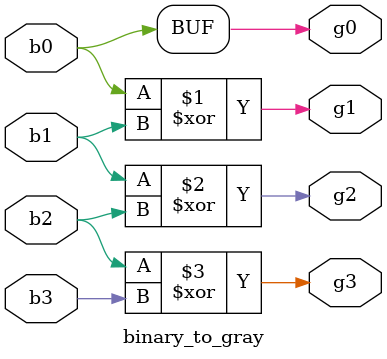
<source format=v>
module binary_to_gray(
    input b0,b1,b2,b3,     
    output g0,g1,g2,g3    
    );
  xor (g1,b0,b1); 
  xor (g2,b1,b2); 
  xor (g3,b2,b3);
  buf (g0,b0);
endmodule

</source>
